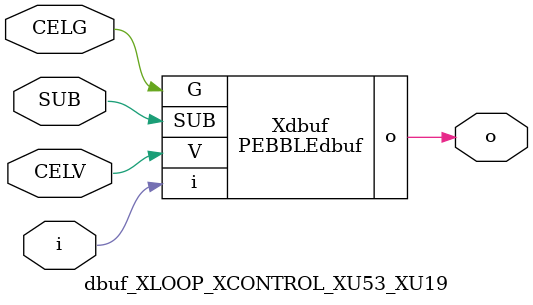
<source format=v>



module PEBBLEdbuf ( o, G, SUB, V, i );

  input V;
  input i;
  input G;
  output o;
  input SUB;
endmodule

//Celera Confidential Do Not Copy dbuf_XLOOP_XCONTROL_XU53_XU19
//Celera Confidential Symbol Generator
//Digital Buffer
module dbuf_XLOOP_XCONTROL_XU53_XU19 (CELV,CELG,i,o,SUB);
input CELV;
input CELG;
input i;
input SUB;
output o;

//Celera Confidential Do Not Copy dbuf
PEBBLEdbuf Xdbuf(
.V (CELV),
.i (i),
.o (o),
.SUB (SUB),
.G (CELG)
);
//,diesize,PEBBLEdbuf

//Celera Confidential Do Not Copy Module End
//Celera Schematic Generator
endmodule

</source>
